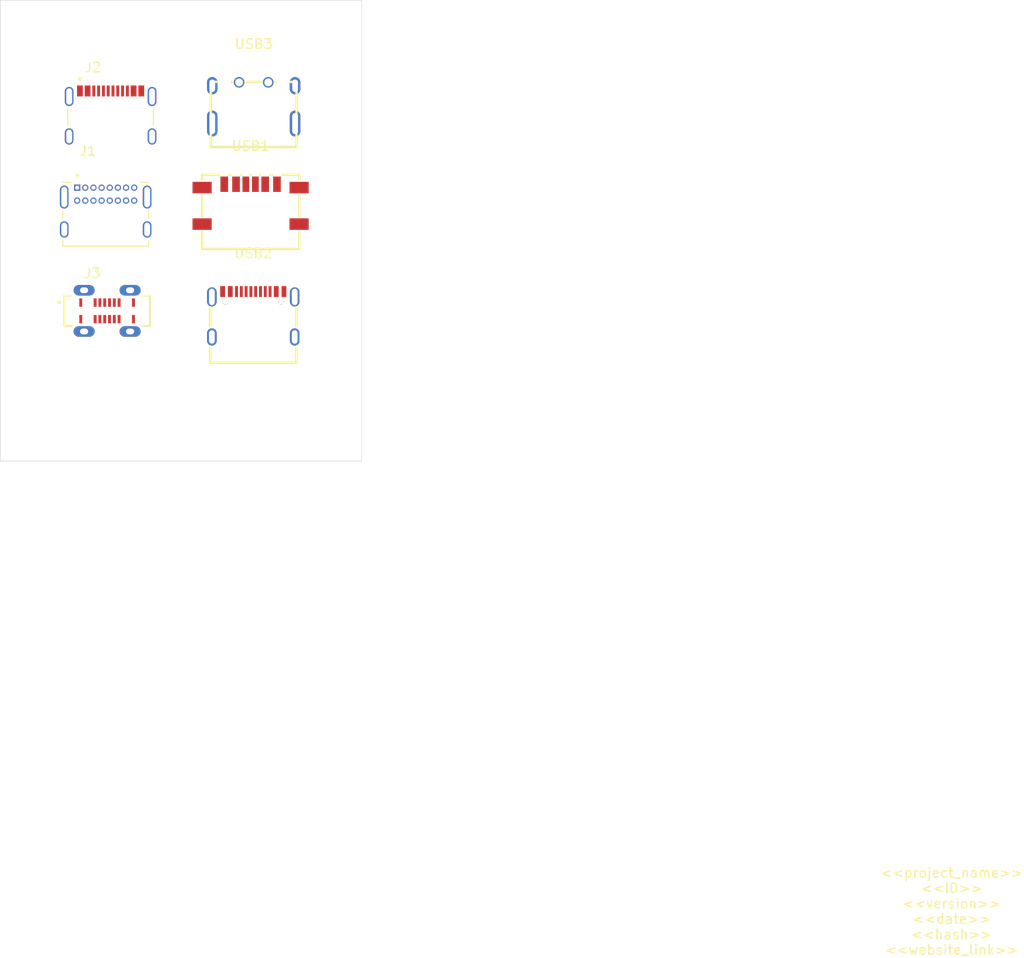
<source format=kicad_pcb>
(kicad_pcb (version 20240108) (generator "pcbnew") (generator_version "8.0")
  (title_block (title "<<ID>>_<<project_name>>") (date "<<date>>") (rev "<<version>>") (comment 4 "<<hash>>"))
  (layers (0 "F.Cu" signal) (31 "B.Cu" signal) (34 "B.Paste" user) (35 "F.Paste" user) (36 "B.SilkS" user "B.Silkscreen") (37 "F.SilkS" user "F.Silkscreen") (38 "B.Mask" user) (39 "F.Mask" user) (44 "Edge.Cuts" user))
  (net 0 "")
  (net 1 "Net-(J1-SHIELD-PadSH1)")
  (net 2 "Net-(J1-VBUS-PadA4)")
  (net 4 "Net-(J1-GND-PadA1)")
  (net 12 "Net-(J2-GND-PadA1_B12)")
  (net 14 "Net-(J2-VBUS-PadA4_B9)")
  (net 15 "Net-(J2-SHIELD-PadS1)")
  (net 23 "Net-(J3-SHIELD-PadS1)")
  (net 24 "Net-(J3-GND_B-PadB1)")
  (net 25 "Net-(J3-VBUS_A-PadA4)")
  (net 26 "Net-(J3-VBUS_B-PadB4)")
  (net 29 "Net-(J3-GND_A-PadA1)")
  (footprint "Snapeda:TYPE-C-31-M-12_HRO_TYPE-C-31-M-12" (layer "F.Cu") (at 138.0135 70.12)
    (property "Reference" "J2" (at -1.85 -7.205 0) (layer "F.SilkS"))
    (property "Value" "TYPE-C-31-M-12")
    (fp_line (start -4.47 -2.85) (end -4.47 -1.17) (stroke (width 0.127)) (layer "F.SilkS"))
    (fp_line (start 4.47 -2.85) (end 4.47 -1.17) (stroke (width 0.127)) (layer "F.SilkS"))
    (fp_circle (center -3.2 -6) (end -3.1 -6) (stroke (width 0.2)) (fill none) (layer "F.SilkS"))
    (pad "" np_thru_hole circle (at -2.89 -3.68) (size 0.6 0.6) (drill 0.6) (layers "*.Cu" "*.Mask"))
    (pad "" np_thru_hole circle (at 2.89 -3.68) (size 0.6 0.6) (drill 0.6) (layers "*.Cu" "*.Mask"))
    (pad "A1_B12" smd rect (at -3.2 -4.75) (size 0.6 1.14) (layers "F.Cu" "F.Paste") (net 12 "Net-(J2-GND-PadA1_B12)"))
    (pad "A4_B9" smd rect (at -2.4 -4.75) (size 0.6 1.14) (layers "F.Cu" "F.Paste") (net 14 "Net-(J2-VBUS-PadA4_B9)"))
    (pad "A5" smd rect (at -1.25 -4.75) (size 0.3 1.14) (layers "F.Cu" "F.Paste"))
    (pad "A6" smd rect (at -0.25 -4.75) (size 0.3 1.14) (layers "F.Cu" "F.Paste"))
    (pad "A7" smd rect (at 0.25 -4.75) (size 0.3 1.14) (layers "F.Cu" "F.Paste"))
    (pad "A8" smd rect (at 1.25 -4.75) (size 0.3 1.14) (layers "F.Cu" "F.Paste"))
    (pad "B1_A12" smd rect (at 3.2 -4.75) (size 0.6 1.14) (layers "F.Cu" "F.Paste") (net 12 "Net-(J2-GND-PadA1_B12)"))
    (pad "B4_A9" smd rect (at 2.4 -4.75) (size 0.6 1.14) (layers "F.Cu" "F.Paste") (net 14 "Net-(J2-VBUS-PadA4_B9)"))
    (pad "B5" smd rect (at 1.75 -4.75) (size 0.3 1.14) (layers "F.Cu" "F.Paste"))
    (pad "B6" smd rect (at 0.75 -4.75) (size 0.3 1.14) (layers "F.Cu" "F.Paste"))
    (pad "B7" smd rect (at -0.75 -4.75) (size 0.3 1.14) (layers "F.Cu" "F.Paste"))
    (pad "B8" smd rect (at -1.75 -4.75) (size 0.3 1.14) (layers "F.Cu" "F.Paste"))
    (pad "S1" thru_hole oval (at -4.325 -4.17) (size 0.9 2) (drill oval 0.6 1.7) (layers "*.Cu" "*.Mask" "F.Paste") (net 15 "Net-(J2-SHIELD-PadS1)"))
    (pad "S1" thru_hole oval (at -4.325 0) (size 0.9 1.7) (drill oval 0.6 1.4) (layers "*.Cu" "*.Mask" "F.Paste") (net 15 "Net-(J2-SHIELD-PadS1)"))
    (pad "S1" thru_hole oval (at 4.325 -4.17) (size 0.9 2) (drill oval 0.6 1.7) (layers "*.Cu" "*.Mask" "F.Paste") (net 15 "Net-(J2-SHIELD-PadS1)"))
    (pad "S1" thru_hole oval (at 4.325 0) (size 0.9 1.7) (drill oval 0.6 1.4) (layers "*.Cu" "*.Mask" "F.Paste") (net 15 "Net-(J2-SHIELD-PadS1)"))
  )
  (footprint "Snapeda:USB4120-03-C_REVA_GCT_USB4120-03-C_REVA" (layer "F.Cu") (at 137.65 88.325)
    (property "Reference" "J3" (at -1.524 -3.937 0) (layer "F.SilkS"))
    (property "Value" "USB4120-03-C_REVA")
    (fp_line (start -4.47 -1.58) (end -4.47 1.58) (stroke (width 0.2)) (layer "F.SilkS"))
    (fp_line (start -4.47 1.58) (end -3.75 1.58) (stroke (width 0.2)) (layer "F.SilkS"))
    (fp_line (start -3.75 -1.58) (end -4.47 -1.58) (stroke (width 0.2)) (layer "F.SilkS"))
    (fp_line (start 3.75 -1.58) (end 4.47 -1.58) (stroke (width 0.2)) (layer "F.SilkS"))
    (fp_line (start 4.47 -1.58) (end 4.47 1.58) (stroke (width 0.2)) (layer "F.SilkS"))
    (fp_line (start 4.47 1.58) (end 3.75 1.58) (stroke (width 0.2)) (layer "F.SilkS"))
    (fp_circle (center -5 -0.9) (end -4.9 -0.9) (stroke (width 0.2)) (fill none) (layer "F.SilkS"))
    (fp_line (start 3.65 -0.26) (end 3.85 -0.26) (stroke (width 0.01)) (layer "Edge.Cuts"))
    (fp_line (start 3.85 0.26) (end 3.65 0.26) (stroke (width 0.01)) (layer "Edge.Cuts"))
    (fp_arc (start 3.39 0) (mid 3.466152 -0.183848) (end 3.65 -0.26) (stroke (width 0.01)) (layer "Edge.Cuts"))
    (fp_arc (start 3.65 0.26) (mid 3.466152 0.183848) (end 3.39 0) (stroke (width 0.01)) (layer "Edge.Cuts"))
    (fp_arc (start 3.85 -0.26) (mid 4.033848 -0.183848) (end 4.11 0) (stroke (width 0.01)) (layer "Edge.Cuts"))
    (fp_arc (start 4.11 0) (mid 4.033848 0.183848) (end 3.85 0.26) (stroke (width 0.01)) (layer "Edge.Cuts"))
    (pad "" np_thru_hole circle (at -3.75 0) (size 0.52 0.52) (drill 0.52) (layers "*.Cu" "*.Mask"))
    (pad "" np_thru_hole circle (at 3.75 0) (size 0.52 0.52) (drill 0.52) (layers "*.Cu" "*.Mask"))
    (pad "A1" smd rect (at -2.75 -0.865) (size 0.3 0.87) (layers "F.Cu" "F.Paste" "F.Mask") (net 29 "Net-(J3-GND_A-PadA1)"))
    (pad "A4" smd rect (at -1.25 -0.865) (size 0.3 0.87) (layers "F.Cu" "F.Paste" "F.Mask") (net 25 "Net-(J3-VBUS_A-PadA4)"))
    (pad "A5" smd rect (at -0.75 -0.865) (size 0.3 0.87) (layers "F.Cu" "F.Paste" "F.Mask"))
    (pad "A6" smd rect (at -0.25 -0.865) (size 0.3 0.87) (layers "F.Cu" "F.Paste" "F.Mask"))
    (pad "A7" smd rect (at 0.25 -0.865) (size 0.3 0.87) (layers "F.Cu" "F.Paste" "F.Mask"))
    (pad "A8" smd rect (at 0.75 -0.865) (size 0.3 0.87) (layers "F.Cu" "F.Paste" "F.Mask"))
    (pad "A9" smd rect (at 1.25 -0.865) (size 0.3 0.87) (layers "F.Cu" "F.Paste" "F.Mask") (net 25 "Net-(J3-VBUS_A-PadA4)"))
    (pad "A12" smd rect (at 2.75 -0.865) (size 0.3 0.87) (layers "F.Cu" "F.Paste" "F.Mask") (net 29 "Net-(J3-GND_A-PadA1)"))
    (pad "B1" smd rect (at 2.75 0.865) (size 0.3 0.87) (layers "F.Cu" "F.Paste" "F.Mask") (net 24 "Net-(J3-GND_B-PadB1)"))
    (pad "B4" smd rect (at 1.25 0.865) (size 0.3 0.87) (layers "F.Cu" "F.Paste" "F.Mask") (net 26 "Net-(J3-VBUS_B-PadB4)"))
    (pad "B5" smd rect (at 0.75 0.865) (size 0.3 0.87) (layers "F.Cu" "F.Paste" "F.Mask"))
    (pad "B6" smd rect (at 0.25 0.865) (size 0.3 0.87) (layers "F.Cu" "F.Paste" "F.Mask"))
    (pad "B7" smd rect (at -0.25 0.865) (size 0.3 0.87) (layers "F.Cu" "F.Paste" "F.Mask"))
    (pad "B8" smd rect (at -0.75 0.865) (size 0.3 0.87) (layers "F.Cu" "F.Paste" "F.Mask"))
    (pad "B9" smd rect (at -1.25 0.865) (size 0.3 0.87) (layers "F.Cu" "F.Paste" "F.Mask") (net 26 "Net-(J3-VBUS_B-PadB4)"))
    (pad "B12" smd rect (at -2.75 0.865) (size 0.3 0.87) (layers "F.Cu" "F.Paste" "F.Mask") (net 24 "Net-(J3-GND_B-PadB1)"))
    (pad "S1" thru_hole oval (at -2.4 -2.15) (size 2.2 1.1) (drill oval 0.85 0.6) (layers "*.Cu" "*.Mask" "F.Paste") (net 23 "Net-(J3-SHIELD-PadS1)"))
    (pad "S2" thru_hole oval (at -2.4 2.15) (size 2.2 1.1) (drill oval 0.85 0.6) (layers "*.Cu" "*.Mask" "F.Paste") (net 23 "Net-(J3-SHIELD-PadS1)"))
    (pad "S3" thru_hole oval (at 2.4 -2.15) (size 2.2 1.1) (drill oval 0.85 0.6) (layers "*.Cu" "*.Mask" "F.Paste") (net 23 "Net-(J3-SHIELD-PadS1)"))
    (pad "S4" thru_hole oval (at 2.4 2.15) (size 2.2 1.1) (drill oval 0.85 0.6) (layers "*.Cu" "*.Mask" "F.Paste") (net 23 "Net-(J3-SHIELD-PadS1)"))
  )
  (footprint "Snapeda:UJ20-C-H-G-SMT-TR_CUI_UJ20-C-H-G-SMT-TR" (layer "F.Cu") (at 137.5 79.49)
    (property "Reference" "J1" (at -1.85 -7.885 0) (layer "F.SilkS"))
    (property "Value" "UJ20-C-H-G-SMT-TR")
    (fp_line (start -4.475 -4.585) (end -3.62 -4.585) (stroke (width 0.127)) (layer "F.SilkS"))
    (fp_line (start -4.475 -4.565) (end -4.475 -4.585) (stroke (width 0.127)) (layer "F.SilkS"))
    (fp_line (start -4.475 -1.525) (end -4.475 -0.835) (stroke (width 0.127)) (layer "F.SilkS"))
    (fp_line (start -4.475 2.075) (end -4.475 1.505) (stroke (width 0.127)) (layer "F.SilkS"))
    (fp_line (start -4.475 2.075) (end 4.475 2.075) (stroke (width 0.127)) (layer "F.SilkS"))
    (fp_line (start 3.62 -4.585) (end 4.475 -4.585) (stroke (width 0.127)) (layer "F.SilkS"))
    (fp_line (start 4.475 -4.585) (end 4.475 -4.565) (stroke (width 0.127)) (layer "F.SilkS"))
    (fp_line (start 4.475 -1.525) (end 4.475 -0.835) (stroke (width 0.127)) (layer "F.SilkS"))
    (fp_line (start 4.475 2.075) (end 4.475 1.505) (stroke (width 0.127)) (layer "F.SilkS"))
    (fp_circle (center -2.975 -5.3) (end -2.875 -5.3) (stroke (width 0.2)) (fill none) (layer "F.SilkS"))
    (pad "A1" thru_hole rect (at -2.975 -4.025) (size 0.65 0.65) (drill 0.4) (layers "*.Cu" "*.Mask" "F.Paste") (net 4 "Net-(J1-GND-PadA1)"))
    (pad "A4" thru_hole circle (at -2.125 -4.025) (size 0.65 0.65) (drill 0.4) (layers "*.Cu" "*.Mask" "F.Paste") (net 2 "Net-(J1-VBUS-PadA4)"))
    (pad "A5" thru_hole circle (at -1.275 -4.025) (size 0.65 0.65) (drill 0.4) (layers "*.Cu" "*.Mask" "F.Paste"))
    (pad "A6" thru_hole circle (at -0.425 -4.025) (size 0.65 0.65) (drill 0.4) (layers "*.Cu" "*.Mask" "F.Paste"))
    (pad "A7" thru_hole circle (at 0.425 -4.025) (size 0.65 0.65) (drill 0.4) (layers "*.Cu" "*.Mask" "F.Paste"))
    (pad "A8" thru_hole circle (at 1.275 -4.025) (size 0.65 0.65) (drill 0.4) (layers "*.Cu" "*.Mask" "F.Paste"))
    (pad "A9" thru_hole circle (at 2.125 -4.025) (size 0.65 0.65) (drill 0.4) (layers "*.Cu" "*.Mask" "F.Paste") (net 2 "Net-(J1-VBUS-PadA4)"))
    (pad "A12" thru_hole circle (at 2.975 -4.025) (size 0.65 0.65) (drill 0.4) (layers "*.Cu" "*.Mask" "F.Paste") (net 4 "Net-(J1-GND-PadA1)"))
    (pad "B1" thru_hole circle (at 2.975 -2.675) (size 0.65 0.65) (drill 0.4) (layers "*.Cu" "*.Mask" "F.Paste") (net 4 "Net-(J1-GND-PadA1)"))
    (pad "B4" thru_hole circle (at 2.125 -2.675) (size 0.65 0.65) (drill 0.4) (layers "*.Cu" "*.Mask" "F.Paste") (net 2 "Net-(J1-VBUS-PadA4)"))
    (pad "B5" thru_hole circle (at 1.275 -2.675) (size 0.65 0.65) (drill 0.4) (layers "*.Cu" "*.Mask" "F.Paste"))
    (pad "B6" thru_hole circle (at 0.425 -2.675) (size 0.65 0.65) (drill 0.4) (layers "*.Cu" "*.Mask" "F.Paste"))
    (pad "B7" thru_hole circle (at -0.425 -2.675) (size 0.65 0.65) (drill 0.4) (layers "*.Cu" "*.Mask" "F.Paste"))
    (pad "B8" thru_hole circle (at -1.275 -2.675) (size 0.65 0.65) (drill 0.4) (layers "*.Cu" "*.Mask" "F.Paste"))
    (pad "B9" thru_hole circle (at -2.125 -2.675) (size 0.65 0.65) (drill 0.4) (layers "*.Cu" "*.Mask" "F.Paste") (net 2 "Net-(J1-VBUS-PadA4)"))
    (pad "B12" thru_hole circle (at -2.975 -2.675) (size 0.65 0.65) (drill 0.4) (layers "*.Cu" "*.Mask" "F.Paste") (net 4 "Net-(J1-GND-PadA1)"))
    (pad "SH1" thru_hole oval (at -4.325 0.335) (size 0.9 1.7) (drill oval 0.6 1.4) (layers "*.Cu" "*.Mask" "F.Paste") (net 1 "Net-(J1-SHIELD-PadSH1)"))
    (pad "SH2" thru_hole oval (at 4.325 0.335) (size 0.9 1.7) (drill oval 0.6 1.4) (layers "*.Cu" "*.Mask" "F.Paste") (net 1 "Net-(J1-SHIELD-PadSH1)"))
    (pad "SH3" thru_hole oval (at -4.325 -3.045) (size 0.9 2.4) (drill oval 0.6 2.1) (layers "*.Cu" "*.Mask" "F.Paste") (net 1 "Net-(J1-SHIELD-PadSH1)"))
    (pad "SH4" thru_hole oval (at 4.325 -3.045) (size 0.9 2.4) (drill oval 0.6 2.1) (layers "*.Cu" "*.Mask" "F.Paste") (net 1 "Net-(J1-SHIELD-PadSH1)"))
  )
  (footprint "Snapeda:easyeda2kicad_USB-C-TH_TYPE-C-31-M-33" (layer "F.Cu") (at 152.94 66.62)
    (property "Reference" "USB3" (at 0 -6.15 0) (layer "F.SilkS"))
    (property "Value" "TYPE-C-31-M-33")
    (fp_line (start -4.47 4.6) (end -4.47 -2.2) (stroke (width 0.25)) (layer "F.SilkS"))
    (fp_line (start -4.47 4.6) (end 4.47 4.6) (stroke (width 0.25)) (layer "F.SilkS"))
    (fp_line (start -3.82 -2.2) (end -4.47 -2.2) (stroke (width 0.25)) (layer "F.SilkS"))
    (fp_line (start -2.17 -2.2) (end -2.26 -2.2) (stroke (width 0.25)) (layer "F.SilkS"))
    (fp_line (start 0.87 -2.2) (end -0.87 -2.2) (stroke (width 0.25)) (layer "F.SilkS"))
    (fp_line (start 2.26 -2.2) (end 2.17 -2.2) (stroke (width 0.25)) (layer "F.SilkS"))
    (fp_line (start 4.47 -2.2) (end 3.82 -2.2) (stroke (width 0.25)) (layer "F.SilkS"))
    (fp_line (start 4.47 4.6) (end 4.47 -2.2) (stroke (width 0.25)) (layer "F.SilkS"))
    (pad "3" thru_hole oval (at 4.32 -1.8 90) (size 1.8 1.1) (drill oval 1.299997 0.599999) (layers "*.Cu" "*.Mask" "F.Paste"))
    (pad "4" thru_hole oval (at 4.32 2.15) (size 1.1 2.7) (drill oval 0.599999 2.199996) (layers "*.Cu" "*.Mask" "F.Paste"))
    (pad "5" thru_hole oval (at -4.32 2.15) (size 1.1 2.7) (drill oval 0.599999 2.199996) (layers "*.Cu" "*.Mask" "F.Paste"))
    (pad "6" thru_hole oval (at -4.32 -1.8 90) (size 1.8 1.1) (drill oval 1.299997 0.599999) (layers "*.Cu" "*.Mask" "F.Paste"))
    (pad "A9" thru_hole circle (at 1.52 -2.15) (size 1.1 1.1) (drill 0.799998) (layers "*.Cu" "*.Mask" "F.Paste"))
    (pad "B12" thru_hole circle (at -1.52 -2.15) (size 1.1 1.1) (drill 0.799998) (layers "*.Cu" "*.Mask" "F.Paste"))
  )
  (footprint "Snapeda:easyeda2kicad_USB-C-SMD_TYPE-C-31-M-31" (layer "F.Cu") (at 152.9 88.6775)
    (property "Reference" "USB2" (at 0 -6.37 0) (layer "F.SilkS"))
    (property "Value" "TYPE-C-31-M-31")
    (fp_line (start -4.5 1.27) (end -4.5 -0.59) (stroke (width 0.25)) (layer "F.SilkS"))
    (fp_line (start -4.5 3.49) (end -4.5 5.06) (stroke (width 0.25)) (layer "F.SilkS"))
    (fp_line (start -4.5 5.06) (end 4.44 5.06) (stroke (width 0.25)) (layer "F.SilkS"))
    (fp_line (start 4.44 5.06) (end 4.5 5.06) (stroke (width 0.25)) (layer "F.SilkS"))
    (fp_line (start 4.5 1.27) (end 4.5 -0.59) (stroke (width 0.25)) (layer "F.SilkS"))
    (fp_line (start 4.5 5.06) (end 4.5 3.49) (stroke (width 0.25)) (layer "F.SilkS"))
    (pad "" thru_hole circle (at -2.89 -1.31) (size 0.6 0.6) (drill 0.6) (layers "*.Cu" "*.Mask"))
    (pad "" thru_hole circle (at 2.89 -1.31) (size 0.6 0.6) (drill 0.6) (layers "*.Cu" "*.Mask"))
    (pad "1" thru_hole oval (at -4.32 -1.81) (size 1 2) (drill oval 0.599999 1.699997) (layers "*.Cu" "*.Mask" "F.Paste"))
    (pad "1" thru_hole oval (at -4.32 2.37) (size 1 1.8) (drill oval 0.599999 1.399997) (layers "*.Cu" "*.Mask" "F.Paste"))
    (pad "1" thru_hole oval (at 4.32 -1.81) (size 1 2) (drill oval 0.599999 1.699997) (layers "*.Cu" "*.Mask" "F.Paste"))
    (pad "1" thru_hole oval (at 4.32 2.37) (size 1 1.8) (drill oval 0.599999 1.399997) (layers "*.Cu" "*.Mask" "F.Paste"))
    (pad "A1" smd rect (at -3.2 -2.37) (size 0.5 1.14) (layers "F.Cu" "F.Paste" "F.Mask"))
    (pad "A4" smd rect (at -2.4 -2.37) (size 0.5 1.14) (layers "F.Cu" "F.Paste" "F.Mask"))
    (pad "A5" smd rect (at -1.25 -2.37) (size 0.3 1.14) (layers "F.Cu" "F.Paste" "F.Mask"))
    (pad "A6" smd rect (at -0.25 -2.37) (size 0.3 1.14) (layers "F.Cu" "F.Paste" "F.Mask"))
    (pad "A7" smd rect (at 0.25 -2.37) (size 0.3 1.14) (layers "F.Cu" "F.Paste" "F.Mask"))
    (pad "A8" smd rect (at 1.25 -2.37) (size 0.3 1.14) (layers "F.Cu" "F.Paste" "F.Mask"))
    (pad "A9" smd rect (at 2.4 -2.37) (size 0.5 1.14) (layers "F.Cu" "F.Paste" "F.Mask"))
    (pad "A12" smd rect (at 3.2 -2.37) (size 0.5 1.14) (layers "F.Cu" "F.Paste" "F.Mask"))
    (pad "B5" smd rect (at 1.75 -2.37) (size 0.3 1.14) (layers "F.Cu" "F.Paste" "F.Mask"))
    (pad "B6" smd rect (at 0.75 -2.37) (size 0.3 1.14) (layers "F.Cu" "F.Paste" "F.Mask"))
    (pad "B7" smd rect (at -0.75 -2.37) (size 0.3 1.14) (layers "F.Cu" "F.Paste" "F.Mask"))
    (pad "B8" smd rect (at -1.75 -2.37) (size 0.3 1.14) (layers "F.Cu" "F.Paste" "F.Mask"))
  )
  (footprint "Snapeda:easyeda2kicad_USB-C-SMD_TYPE-C-31-M-29" (layer "F.Cu") (at 152.62 77.185)
    (property "Reference" "USB1" (at 0 -6.08 0) (layer "F.SilkS"))
    (property "Value" "TYPE-C-31-M-29")
    (fp_line (start -5.06 -3.07) (end -3.27 -3.07) (stroke (width 0.25)) (layer "F.SilkS"))
    (fp_line (start -5.06 -2.56) (end -5.06 -3.07) (stroke (width 0.25)) (layer "F.SilkS"))
    (fp_line (start -5.06 1.24) (end -5.06 -0.89) (stroke (width 0.25)) (layer "F.SilkS"))
    (fp_line (start -5.06 4.68) (end -5.06 2.91) (stroke (width 0.25)) (layer "F.SilkS"))
    (fp_line (start -5.06 4.68) (end 5.06 4.68) (stroke (width 0.25)) (layer "F.SilkS"))
    (fp_line (start -2.23 -3.07) (end -2.04 -3.07) (stroke (width 0.25)) (layer "F.SilkS"))
    (fp_line (start -1 -3.07) (end -0.97 -3.07) (stroke (width 0.25)) (layer "F.SilkS"))
    (fp_line (start -0.03 -3.07) (end 0.03 -3.07) (stroke (width 0.25)) (layer "F.SilkS"))
    (fp_line (start 0.97 -3.07) (end 1 -3.07) (stroke (width 0.25)) (layer "F.SilkS"))
    (fp_line (start 2.04 -3.07) (end 2.23 -3.07) (stroke (width 0.25)) (layer "F.SilkS"))
    (fp_line (start 3.27 -3.07) (end 5.08 -3.07) (stroke (width 0.25)) (layer "F.SilkS"))
    (fp_line (start 5.08 -3.07) (end 5.08 -2.56) (stroke (width 0.25)) (layer "F.SilkS"))
    (fp_line (start 5.08 -0.89) (end 5.08 1.24) (stroke (width 0.25)) (layer "F.SilkS"))
    (fp_line (start 5.08 2.91) (end 5.08 4.68) (stroke (width 0.25)) (layer "F.SilkS"))
    (pad "1" smd rect (at -5.06 -1.73) (size 2 1.2) (layers "F.Cu" "F.Paste" "F.Mask"))
    (pad "1" smd rect (at -5.06 2.08) (size 2 1.2) (layers "F.Cu" "F.Paste" "F.Mask"))
    (pad "1" smd rect (at 5.06 -1.73) (size 2 1.2) (layers "F.Cu" "F.Paste" "F.Mask"))
    (pad "1" smd rect (at 5.06 2.08) (size 2 1.2) (layers "F.Cu" "F.Paste" "F.Mask"))
    (pad "A5" smd rect (at -0.5 -2.08) (size 0.7 1.6) (layers "F.Cu" "F.Paste" "F.Mask"))
    (pad "A9" smd rect (at 1.52 -2.08) (size 0.8 1.6) (layers "F.Cu" "F.Paste" "F.Mask"))
    (pad "A12" smd rect (at 2.75 -2.08) (size 0.8 1.6) (layers "F.Cu" "F.Paste" "F.Mask"))
    (pad "B5" smd rect (at 0.5 -2.08) (size 0.7 1.6) (layers "F.Cu" "F.Paste" "F.Mask"))
    (pad "B9" smd rect (at -1.52 -2.08) (size 0.8 1.6) (layers "F.Cu" "F.Paste" "F.Mask"))
    (pad "B12" smd rect (at -2.75 -2.08) (size 0.8 1.6) (layers "F.Cu" "F.Paste" "F.Mask"))
  )
  (gr_rect (start 126.5 55.9) (end 164.2 104) (stroke (width 0.05)) (fill none) (layer "Edge.Cuts"))
  (gr_text "<<project_name>>\n<<ID>>\n<<version>>\n<<date>>\n<<hash>>\n<<website_link>>" (at 225.75 151 0) (layer "F.SilkS") (effects (font (size 1 1))))
)
</source>
